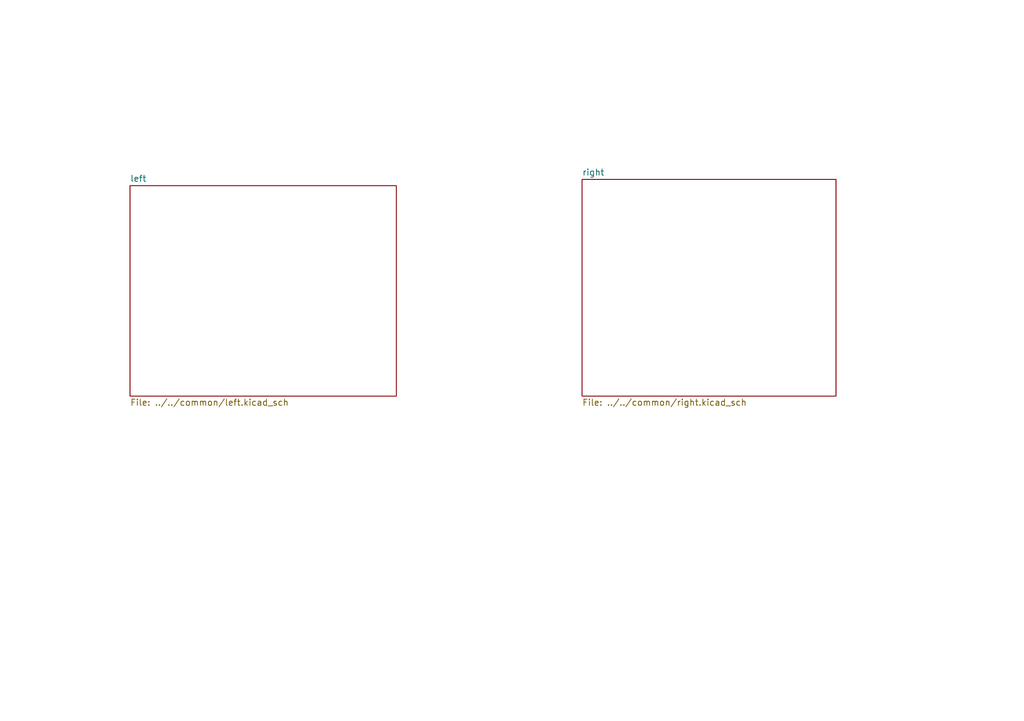
<source format=kicad_sch>
(kicad_sch
	(version 20231120)
	(generator "eeschema")
	(generator_version "8.0")
	(uuid "4cc5d416-57f5-4147-8183-e03ae6b1198a")
	(paper "A5")
	(title_block
		(title "Corne")
		(date "2023-09-23")
		(rev "4.0.0")
		(company "foostan")
	)
	(lib_symbols)
	(sheet
		(at 26.67 38.1)
		(size 54.61 43.18)
		(fields_autoplaced yes)
		(stroke
			(width 0.1524)
			(type solid)
		)
		(fill
			(color 0 0 0 0.0000)
		)
		(uuid "089db7cd-2934-428b-a62a-55e0735649ba")
		(property "Sheetname" "left"
			(at 26.67 37.3884 0)
			(effects
				(font
					(size 1.27 1.27)
				)
				(justify left bottom)
			)
		)
		(property "Sheetfile" "../../common/left.kicad_sch"
			(at 26.67 81.8646 0)
			(effects
				(font
					(size 1.27 1.27)
				)
				(justify left top)
			)
		)
		(instances
			(project "corne-cherry"
				(path "/4cc5d416-57f5-4147-8183-e03ae6b1198a"
					(page "2")
				)
			)
		)
	)
	(sheet
		(at 119.38 36.83)
		(size 52.07 44.45)
		(fields_autoplaced yes)
		(stroke
			(width 0.1524)
			(type solid)
		)
		(fill
			(color 0 0 0 0.0000)
		)
		(uuid "50d96a5e-3d25-4129-9495-15388c76587f")
		(property "Sheetname" "right"
			(at 119.38 36.1184 0)
			(effects
				(font
					(size 1.27 1.27)
				)
				(justify left bottom)
			)
		)
		(property "Sheetfile" "../../common/right.kicad_sch"
			(at 119.38 81.8646 0)
			(effects
				(font
					(size 1.27 1.27)
				)
				(justify left top)
			)
		)
		(instances
			(project "corne-cherry"
				(path "/4cc5d416-57f5-4147-8183-e03ae6b1198a"
					(page "3")
				)
			)
		)
	)
	(sheet_instances
		(path "/"
			(page "1")
		)
	)
)
</source>
